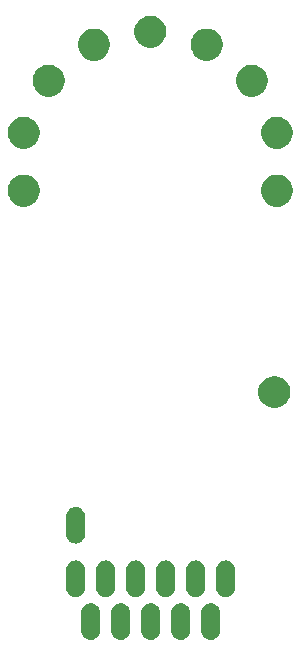
<source format=gbr>
G04 #@! TF.GenerationSoftware,KiCad,Pcbnew,(5.1.4)-1*
G04 #@! TF.CreationDate,2022-04-04T21:48:15-04:00*
G04 #@! TF.ProjectId,CR23 adapter,43523233-2061-4646-9170-7465722e6b69,rev?*
G04 #@! TF.SameCoordinates,Original*
G04 #@! TF.FileFunction,Soldermask,Bot*
G04 #@! TF.FilePolarity,Negative*
%FSLAX46Y46*%
G04 Gerber Fmt 4.6, Leading zero omitted, Abs format (unit mm)*
G04 Created by KiCad (PCBNEW (5.1.4)-1) date 2022-04-04 21:48:15*
%MOMM*%
%LPD*%
G04 APERTURE LIST*
%ADD10C,0.100000*%
G04 APERTURE END LIST*
D10*
G36*
X60162822Y-73650790D02*
G01*
X60263481Y-73681325D01*
X60313812Y-73696592D01*
X60452964Y-73770971D01*
X60574933Y-73871067D01*
X60675029Y-73993035D01*
X60749408Y-74132187D01*
X60764675Y-74182518D01*
X60795210Y-74283177D01*
X60806800Y-74400855D01*
X60806800Y-75979545D01*
X60795210Y-76097223D01*
X60764675Y-76197882D01*
X60749408Y-76248213D01*
X60675029Y-76387365D01*
X60574933Y-76509333D01*
X60452965Y-76609429D01*
X60313813Y-76683808D01*
X60263482Y-76699075D01*
X60162823Y-76729610D01*
X60005800Y-76745075D01*
X59848778Y-76729610D01*
X59748119Y-76699075D01*
X59697788Y-76683808D01*
X59558636Y-76609429D01*
X59436668Y-76509333D01*
X59336572Y-76387365D01*
X59262193Y-76248213D01*
X59246926Y-76197882D01*
X59216391Y-76097223D01*
X59204801Y-75979545D01*
X59204800Y-74400856D01*
X59216390Y-74283178D01*
X59262192Y-74132189D01*
X59262192Y-74132188D01*
X59336571Y-73993036D01*
X59336572Y-73993035D01*
X59436667Y-73871067D01*
X59558635Y-73770971D01*
X59697787Y-73696592D01*
X59748118Y-73681325D01*
X59848777Y-73650790D01*
X60005800Y-73635325D01*
X60162822Y-73650790D01*
X60162822Y-73650790D01*
G37*
G36*
X65242822Y-73650790D02*
G01*
X65343481Y-73681325D01*
X65393812Y-73696592D01*
X65532964Y-73770971D01*
X65654933Y-73871067D01*
X65755029Y-73993035D01*
X65829408Y-74132187D01*
X65844675Y-74182518D01*
X65875210Y-74283177D01*
X65886800Y-74400855D01*
X65886800Y-75979545D01*
X65875210Y-76097223D01*
X65844675Y-76197882D01*
X65829408Y-76248213D01*
X65755029Y-76387365D01*
X65654933Y-76509333D01*
X65532965Y-76609429D01*
X65393813Y-76683808D01*
X65343482Y-76699075D01*
X65242823Y-76729610D01*
X65085800Y-76745075D01*
X64928778Y-76729610D01*
X64828119Y-76699075D01*
X64777788Y-76683808D01*
X64638636Y-76609429D01*
X64516668Y-76509333D01*
X64416572Y-76387365D01*
X64342193Y-76248213D01*
X64326926Y-76197882D01*
X64296391Y-76097223D01*
X64284801Y-75979545D01*
X64284800Y-74400856D01*
X64296390Y-74283178D01*
X64342192Y-74132189D01*
X64342192Y-74132188D01*
X64416571Y-73993036D01*
X64416572Y-73993035D01*
X64516667Y-73871067D01*
X64638635Y-73770971D01*
X64777787Y-73696592D01*
X64828118Y-73681325D01*
X64928777Y-73650790D01*
X65085800Y-73635325D01*
X65242822Y-73650790D01*
X65242822Y-73650790D01*
G37*
G36*
X67782822Y-73650790D02*
G01*
X67883481Y-73681325D01*
X67933812Y-73696592D01*
X68072964Y-73770971D01*
X68194933Y-73871067D01*
X68295029Y-73993035D01*
X68369408Y-74132187D01*
X68384675Y-74182518D01*
X68415210Y-74283177D01*
X68426800Y-74400855D01*
X68426800Y-75979545D01*
X68415210Y-76097223D01*
X68384675Y-76197882D01*
X68369408Y-76248213D01*
X68295029Y-76387365D01*
X68194933Y-76509333D01*
X68072965Y-76609429D01*
X67933813Y-76683808D01*
X67883482Y-76699075D01*
X67782823Y-76729610D01*
X67625800Y-76745075D01*
X67468778Y-76729610D01*
X67368119Y-76699075D01*
X67317788Y-76683808D01*
X67178636Y-76609429D01*
X67056668Y-76509333D01*
X66956572Y-76387365D01*
X66882193Y-76248213D01*
X66866926Y-76197882D01*
X66836391Y-76097223D01*
X66824801Y-75979545D01*
X66824800Y-74400856D01*
X66836390Y-74283178D01*
X66882192Y-74132189D01*
X66882192Y-74132188D01*
X66956571Y-73993036D01*
X66956572Y-73993035D01*
X67056667Y-73871067D01*
X67178635Y-73770971D01*
X67317787Y-73696592D01*
X67368118Y-73681325D01*
X67468777Y-73650790D01*
X67625800Y-73635325D01*
X67782822Y-73650790D01*
X67782822Y-73650790D01*
G37*
G36*
X70322822Y-73650790D02*
G01*
X70423481Y-73681325D01*
X70473812Y-73696592D01*
X70612964Y-73770971D01*
X70734933Y-73871067D01*
X70835029Y-73993035D01*
X70909408Y-74132187D01*
X70924675Y-74182518D01*
X70955210Y-74283177D01*
X70966800Y-74400855D01*
X70966800Y-75979545D01*
X70955210Y-76097223D01*
X70924675Y-76197882D01*
X70909408Y-76248213D01*
X70835029Y-76387365D01*
X70734933Y-76509333D01*
X70612965Y-76609429D01*
X70473813Y-76683808D01*
X70423482Y-76699075D01*
X70322823Y-76729610D01*
X70165800Y-76745075D01*
X70008778Y-76729610D01*
X69908119Y-76699075D01*
X69857788Y-76683808D01*
X69718636Y-76609429D01*
X69596668Y-76509333D01*
X69496572Y-76387365D01*
X69422193Y-76248213D01*
X69406926Y-76197882D01*
X69376391Y-76097223D01*
X69364801Y-75979545D01*
X69364800Y-74400856D01*
X69376390Y-74283178D01*
X69422192Y-74132189D01*
X69422192Y-74132188D01*
X69496571Y-73993036D01*
X69496572Y-73993035D01*
X69596667Y-73871067D01*
X69718635Y-73770971D01*
X69857787Y-73696592D01*
X69908118Y-73681325D01*
X70008777Y-73650790D01*
X70165800Y-73635325D01*
X70322822Y-73650790D01*
X70322822Y-73650790D01*
G37*
G36*
X62702822Y-73650790D02*
G01*
X62803481Y-73681325D01*
X62853812Y-73696592D01*
X62992964Y-73770971D01*
X63114933Y-73871067D01*
X63215029Y-73993035D01*
X63289408Y-74132187D01*
X63304675Y-74182518D01*
X63335210Y-74283177D01*
X63346800Y-74400855D01*
X63346800Y-75979545D01*
X63335210Y-76097223D01*
X63304675Y-76197882D01*
X63289408Y-76248213D01*
X63215029Y-76387365D01*
X63114933Y-76509333D01*
X62992965Y-76609429D01*
X62853813Y-76683808D01*
X62803482Y-76699075D01*
X62702823Y-76729610D01*
X62545800Y-76745075D01*
X62388778Y-76729610D01*
X62288119Y-76699075D01*
X62237788Y-76683808D01*
X62098636Y-76609429D01*
X61976668Y-76509333D01*
X61876572Y-76387365D01*
X61802193Y-76248213D01*
X61786926Y-76197882D01*
X61756391Y-76097223D01*
X61744801Y-75979545D01*
X61744800Y-74400856D01*
X61756390Y-74283178D01*
X61802192Y-74132189D01*
X61802192Y-74132188D01*
X61876571Y-73993036D01*
X61876572Y-73993035D01*
X61976667Y-73871067D01*
X62098635Y-73770971D01*
X62237787Y-73696592D01*
X62288118Y-73681325D01*
X62388777Y-73650790D01*
X62545800Y-73635325D01*
X62702822Y-73650790D01*
X62702822Y-73650790D01*
G37*
G36*
X63972822Y-70043990D02*
G01*
X64073481Y-70074525D01*
X64123812Y-70089792D01*
X64262964Y-70164171D01*
X64384933Y-70264267D01*
X64485029Y-70386235D01*
X64559408Y-70525387D01*
X64574675Y-70575718D01*
X64605210Y-70676377D01*
X64616800Y-70794055D01*
X64616800Y-72372745D01*
X64605210Y-72490423D01*
X64574675Y-72591082D01*
X64559408Y-72641413D01*
X64485029Y-72780565D01*
X64384933Y-72902533D01*
X64262965Y-73002629D01*
X64123813Y-73077008D01*
X64073482Y-73092275D01*
X63972823Y-73122810D01*
X63815800Y-73138275D01*
X63658778Y-73122810D01*
X63558119Y-73092275D01*
X63507788Y-73077008D01*
X63368636Y-73002629D01*
X63246668Y-72902533D01*
X63146572Y-72780565D01*
X63072193Y-72641413D01*
X63056926Y-72591082D01*
X63026391Y-72490423D01*
X63014801Y-72372745D01*
X63014800Y-70794056D01*
X63026390Y-70676378D01*
X63072192Y-70525389D01*
X63072192Y-70525388D01*
X63146571Y-70386236D01*
X63146572Y-70386235D01*
X63246667Y-70264267D01*
X63368635Y-70164171D01*
X63507787Y-70089792D01*
X63558118Y-70074525D01*
X63658777Y-70043990D01*
X63815800Y-70028525D01*
X63972822Y-70043990D01*
X63972822Y-70043990D01*
G37*
G36*
X58892822Y-70043990D02*
G01*
X58993481Y-70074525D01*
X59043812Y-70089792D01*
X59182964Y-70164171D01*
X59304933Y-70264267D01*
X59405029Y-70386235D01*
X59479408Y-70525387D01*
X59494675Y-70575718D01*
X59525210Y-70676377D01*
X59536800Y-70794055D01*
X59536800Y-72372745D01*
X59525210Y-72490423D01*
X59494675Y-72591082D01*
X59479408Y-72641413D01*
X59405029Y-72780565D01*
X59304933Y-72902533D01*
X59182965Y-73002629D01*
X59043813Y-73077008D01*
X58993482Y-73092275D01*
X58892823Y-73122810D01*
X58735800Y-73138275D01*
X58578778Y-73122810D01*
X58478119Y-73092275D01*
X58427788Y-73077008D01*
X58288636Y-73002629D01*
X58166668Y-72902533D01*
X58066572Y-72780565D01*
X57992193Y-72641413D01*
X57976926Y-72591082D01*
X57946391Y-72490423D01*
X57934801Y-72372745D01*
X57934800Y-70794056D01*
X57946390Y-70676378D01*
X57992192Y-70525389D01*
X57992192Y-70525388D01*
X58066571Y-70386236D01*
X58066572Y-70386235D01*
X58166667Y-70264267D01*
X58288635Y-70164171D01*
X58427787Y-70089792D01*
X58478118Y-70074525D01*
X58578777Y-70043990D01*
X58735800Y-70028525D01*
X58892822Y-70043990D01*
X58892822Y-70043990D01*
G37*
G36*
X61432822Y-70043990D02*
G01*
X61533481Y-70074525D01*
X61583812Y-70089792D01*
X61722964Y-70164171D01*
X61844933Y-70264267D01*
X61945029Y-70386235D01*
X62019408Y-70525387D01*
X62034675Y-70575718D01*
X62065210Y-70676377D01*
X62076800Y-70794055D01*
X62076800Y-72372745D01*
X62065210Y-72490423D01*
X62034675Y-72591082D01*
X62019408Y-72641413D01*
X61945029Y-72780565D01*
X61844933Y-72902533D01*
X61722965Y-73002629D01*
X61583813Y-73077008D01*
X61533482Y-73092275D01*
X61432823Y-73122810D01*
X61275800Y-73138275D01*
X61118778Y-73122810D01*
X61018119Y-73092275D01*
X60967788Y-73077008D01*
X60828636Y-73002629D01*
X60706668Y-72902533D01*
X60606572Y-72780565D01*
X60532193Y-72641413D01*
X60516926Y-72591082D01*
X60486391Y-72490423D01*
X60474801Y-72372745D01*
X60474800Y-70794056D01*
X60486390Y-70676378D01*
X60532192Y-70525389D01*
X60532192Y-70525388D01*
X60606571Y-70386236D01*
X60606572Y-70386235D01*
X60706667Y-70264267D01*
X60828635Y-70164171D01*
X60967787Y-70089792D01*
X61018118Y-70074525D01*
X61118777Y-70043990D01*
X61275800Y-70028525D01*
X61432822Y-70043990D01*
X61432822Y-70043990D01*
G37*
G36*
X66512822Y-70043990D02*
G01*
X66613481Y-70074525D01*
X66663812Y-70089792D01*
X66802964Y-70164171D01*
X66924933Y-70264267D01*
X67025029Y-70386235D01*
X67099408Y-70525387D01*
X67114675Y-70575718D01*
X67145210Y-70676377D01*
X67156800Y-70794055D01*
X67156800Y-72372745D01*
X67145210Y-72490423D01*
X67114675Y-72591082D01*
X67099408Y-72641413D01*
X67025029Y-72780565D01*
X66924933Y-72902533D01*
X66802965Y-73002629D01*
X66663813Y-73077008D01*
X66613482Y-73092275D01*
X66512823Y-73122810D01*
X66355800Y-73138275D01*
X66198778Y-73122810D01*
X66098119Y-73092275D01*
X66047788Y-73077008D01*
X65908636Y-73002629D01*
X65786668Y-72902533D01*
X65686572Y-72780565D01*
X65612193Y-72641413D01*
X65596926Y-72591082D01*
X65566391Y-72490423D01*
X65554801Y-72372745D01*
X65554800Y-70794056D01*
X65566390Y-70676378D01*
X65612192Y-70525389D01*
X65612192Y-70525388D01*
X65686571Y-70386236D01*
X65686572Y-70386235D01*
X65786667Y-70264267D01*
X65908635Y-70164171D01*
X66047787Y-70089792D01*
X66098118Y-70074525D01*
X66198777Y-70043990D01*
X66355800Y-70028525D01*
X66512822Y-70043990D01*
X66512822Y-70043990D01*
G37*
G36*
X69052822Y-70043990D02*
G01*
X69153481Y-70074525D01*
X69203812Y-70089792D01*
X69342964Y-70164171D01*
X69464933Y-70264267D01*
X69565029Y-70386235D01*
X69639408Y-70525387D01*
X69654675Y-70575718D01*
X69685210Y-70676377D01*
X69696800Y-70794055D01*
X69696800Y-72372745D01*
X69685210Y-72490423D01*
X69654675Y-72591082D01*
X69639408Y-72641413D01*
X69565029Y-72780565D01*
X69464933Y-72902533D01*
X69342965Y-73002629D01*
X69203813Y-73077008D01*
X69153482Y-73092275D01*
X69052823Y-73122810D01*
X68895800Y-73138275D01*
X68738778Y-73122810D01*
X68638119Y-73092275D01*
X68587788Y-73077008D01*
X68448636Y-73002629D01*
X68326668Y-72902533D01*
X68226572Y-72780565D01*
X68152193Y-72641413D01*
X68136926Y-72591082D01*
X68106391Y-72490423D01*
X68094801Y-72372745D01*
X68094800Y-70794056D01*
X68106390Y-70676378D01*
X68152192Y-70525389D01*
X68152192Y-70525388D01*
X68226571Y-70386236D01*
X68226572Y-70386235D01*
X68326667Y-70264267D01*
X68448635Y-70164171D01*
X68587787Y-70089792D01*
X68638118Y-70074525D01*
X68738777Y-70043990D01*
X68895800Y-70028525D01*
X69052822Y-70043990D01*
X69052822Y-70043990D01*
G37*
G36*
X71592822Y-70043990D02*
G01*
X71693481Y-70074525D01*
X71743812Y-70089792D01*
X71882964Y-70164171D01*
X72004933Y-70264267D01*
X72105029Y-70386235D01*
X72179408Y-70525387D01*
X72194675Y-70575718D01*
X72225210Y-70676377D01*
X72236800Y-70794055D01*
X72236800Y-72372745D01*
X72225210Y-72490423D01*
X72194675Y-72591082D01*
X72179408Y-72641413D01*
X72105029Y-72780565D01*
X72004933Y-72902533D01*
X71882965Y-73002629D01*
X71743813Y-73077008D01*
X71693482Y-73092275D01*
X71592823Y-73122810D01*
X71435800Y-73138275D01*
X71278778Y-73122810D01*
X71178119Y-73092275D01*
X71127788Y-73077008D01*
X70988636Y-73002629D01*
X70866668Y-72902533D01*
X70766572Y-72780565D01*
X70692193Y-72641413D01*
X70676926Y-72591082D01*
X70646391Y-72490423D01*
X70634801Y-72372745D01*
X70634800Y-70794056D01*
X70646390Y-70676378D01*
X70692192Y-70525389D01*
X70692192Y-70525388D01*
X70766571Y-70386236D01*
X70766572Y-70386235D01*
X70866667Y-70264267D01*
X70988635Y-70164171D01*
X71127787Y-70089792D01*
X71178118Y-70074525D01*
X71278777Y-70043990D01*
X71435800Y-70028525D01*
X71592822Y-70043990D01*
X71592822Y-70043990D01*
G37*
G36*
X58880222Y-65510190D02*
G01*
X58980881Y-65540725D01*
X59031212Y-65555992D01*
X59170364Y-65630371D01*
X59292333Y-65730467D01*
X59392429Y-65852435D01*
X59466808Y-65991587D01*
X59482075Y-66041918D01*
X59512610Y-66142577D01*
X59524200Y-66260255D01*
X59524200Y-67838945D01*
X59512610Y-67956623D01*
X59482075Y-68057282D01*
X59466808Y-68107613D01*
X59392429Y-68246765D01*
X59292333Y-68368733D01*
X59170365Y-68468829D01*
X59031213Y-68543208D01*
X58980882Y-68558475D01*
X58880223Y-68589010D01*
X58723200Y-68604475D01*
X58566178Y-68589010D01*
X58465519Y-68558475D01*
X58415188Y-68543208D01*
X58276036Y-68468829D01*
X58154068Y-68368733D01*
X58053972Y-68246765D01*
X57979593Y-68107613D01*
X57964326Y-68057282D01*
X57933791Y-67956623D01*
X57922201Y-67838945D01*
X57922200Y-66260256D01*
X57933790Y-66142578D01*
X57979592Y-65991589D01*
X57979592Y-65991588D01*
X58053971Y-65852436D01*
X58053972Y-65852435D01*
X58154067Y-65730467D01*
X58276035Y-65630371D01*
X58415187Y-65555992D01*
X58465518Y-65540725D01*
X58566177Y-65510190D01*
X58723200Y-65494725D01*
X58880222Y-65510190D01*
X58880222Y-65510190D01*
G37*
G36*
X75948872Y-54466718D02*
G01*
X76194739Y-54568559D01*
X76416012Y-54716410D01*
X76604190Y-54904588D01*
X76752041Y-55125861D01*
X76853882Y-55371728D01*
X76905800Y-55632738D01*
X76905800Y-55898862D01*
X76853882Y-56159872D01*
X76752041Y-56405739D01*
X76604190Y-56627012D01*
X76416012Y-56815190D01*
X76194739Y-56963041D01*
X76194738Y-56963042D01*
X76194737Y-56963042D01*
X75948872Y-57064882D01*
X75687863Y-57116800D01*
X75421737Y-57116800D01*
X75160728Y-57064882D01*
X74914863Y-56963042D01*
X74914862Y-56963042D01*
X74914861Y-56963041D01*
X74693588Y-56815190D01*
X74505410Y-56627012D01*
X74357559Y-56405739D01*
X74255718Y-56159872D01*
X74203800Y-55898862D01*
X74203800Y-55632738D01*
X74255718Y-55371728D01*
X74357559Y-55125861D01*
X74505410Y-54904588D01*
X74693588Y-54716410D01*
X74914861Y-54568559D01*
X75160728Y-54466718D01*
X75421737Y-54414800D01*
X75687863Y-54414800D01*
X75948872Y-54466718D01*
X75948872Y-54466718D01*
G37*
G36*
X54728872Y-37416718D02*
G01*
X54974739Y-37518559D01*
X55196012Y-37666410D01*
X55384190Y-37854588D01*
X55532041Y-38075861D01*
X55633882Y-38321728D01*
X55685800Y-38582738D01*
X55685800Y-38848862D01*
X55633882Y-39109872D01*
X55532041Y-39355739D01*
X55384190Y-39577012D01*
X55196012Y-39765190D01*
X54974739Y-39913041D01*
X54974738Y-39913042D01*
X54974737Y-39913042D01*
X54728872Y-40014882D01*
X54467863Y-40066800D01*
X54201737Y-40066800D01*
X53940728Y-40014882D01*
X53694863Y-39913042D01*
X53694862Y-39913042D01*
X53694861Y-39913041D01*
X53473588Y-39765190D01*
X53285410Y-39577012D01*
X53137559Y-39355739D01*
X53035718Y-39109872D01*
X52983800Y-38848862D01*
X52983800Y-38582738D01*
X53035718Y-38321728D01*
X53137559Y-38075861D01*
X53285410Y-37854588D01*
X53473588Y-37666410D01*
X53694861Y-37518559D01*
X53940728Y-37416718D01*
X54201737Y-37364800D01*
X54467863Y-37364800D01*
X54728872Y-37416718D01*
X54728872Y-37416718D01*
G37*
G36*
X76168872Y-37416718D02*
G01*
X76414739Y-37518559D01*
X76636012Y-37666410D01*
X76824190Y-37854588D01*
X76972041Y-38075861D01*
X77073882Y-38321728D01*
X77125800Y-38582738D01*
X77125800Y-38848862D01*
X77073882Y-39109872D01*
X76972041Y-39355739D01*
X76824190Y-39577012D01*
X76636012Y-39765190D01*
X76414739Y-39913041D01*
X76414738Y-39913042D01*
X76414737Y-39913042D01*
X76168872Y-40014882D01*
X75907863Y-40066800D01*
X75641737Y-40066800D01*
X75380728Y-40014882D01*
X75134863Y-39913042D01*
X75134862Y-39913042D01*
X75134861Y-39913041D01*
X74913588Y-39765190D01*
X74725410Y-39577012D01*
X74577559Y-39355739D01*
X74475718Y-39109872D01*
X74423800Y-38848862D01*
X74423800Y-38582738D01*
X74475718Y-38321728D01*
X74577559Y-38075861D01*
X74725410Y-37854588D01*
X74913588Y-37666410D01*
X75134861Y-37518559D01*
X75380728Y-37416718D01*
X75641737Y-37364800D01*
X75907863Y-37364800D01*
X76168872Y-37416718D01*
X76168872Y-37416718D01*
G37*
G36*
X54728872Y-32516718D02*
G01*
X54974739Y-32618559D01*
X55196012Y-32766410D01*
X55384190Y-32954588D01*
X55532041Y-33175861D01*
X55633882Y-33421728D01*
X55685800Y-33682738D01*
X55685800Y-33948862D01*
X55633882Y-34209872D01*
X55532041Y-34455739D01*
X55384190Y-34677012D01*
X55196012Y-34865190D01*
X54974739Y-35013041D01*
X54974738Y-35013042D01*
X54974737Y-35013042D01*
X54728872Y-35114882D01*
X54467863Y-35166800D01*
X54201737Y-35166800D01*
X53940728Y-35114882D01*
X53694863Y-35013042D01*
X53694862Y-35013042D01*
X53694861Y-35013041D01*
X53473588Y-34865190D01*
X53285410Y-34677012D01*
X53137559Y-34455739D01*
X53035718Y-34209872D01*
X52983800Y-33948862D01*
X52983800Y-33682738D01*
X53035718Y-33421728D01*
X53137559Y-33175861D01*
X53285410Y-32954588D01*
X53473588Y-32766410D01*
X53694861Y-32618559D01*
X53940728Y-32516718D01*
X54201737Y-32464800D01*
X54467863Y-32464800D01*
X54728872Y-32516718D01*
X54728872Y-32516718D01*
G37*
G36*
X76168872Y-32516718D02*
G01*
X76414739Y-32618559D01*
X76636012Y-32766410D01*
X76824190Y-32954588D01*
X76972041Y-33175861D01*
X77073882Y-33421728D01*
X77125800Y-33682738D01*
X77125800Y-33948862D01*
X77073882Y-34209872D01*
X76972041Y-34455739D01*
X76824190Y-34677012D01*
X76636012Y-34865190D01*
X76414739Y-35013041D01*
X76414738Y-35013042D01*
X76414737Y-35013042D01*
X76168872Y-35114882D01*
X75907863Y-35166800D01*
X75641737Y-35166800D01*
X75380728Y-35114882D01*
X75134863Y-35013042D01*
X75134862Y-35013042D01*
X75134861Y-35013041D01*
X74913588Y-34865190D01*
X74725410Y-34677012D01*
X74577559Y-34455739D01*
X74475718Y-34209872D01*
X74423800Y-33948862D01*
X74423800Y-33682738D01*
X74475718Y-33421728D01*
X74577559Y-33175861D01*
X74725410Y-32954588D01*
X74913588Y-32766410D01*
X75134861Y-32618559D01*
X75380728Y-32516718D01*
X75641737Y-32464800D01*
X75907863Y-32464800D01*
X76168872Y-32516718D01*
X76168872Y-32516718D01*
G37*
G36*
X56848872Y-28106718D02*
G01*
X57094739Y-28208559D01*
X57316012Y-28356410D01*
X57504190Y-28544588D01*
X57652041Y-28765861D01*
X57753882Y-29011728D01*
X57805800Y-29272738D01*
X57805800Y-29538862D01*
X57753882Y-29799872D01*
X57652041Y-30045739D01*
X57504190Y-30267012D01*
X57316012Y-30455190D01*
X57094739Y-30603041D01*
X57094738Y-30603042D01*
X57094737Y-30603042D01*
X56848872Y-30704882D01*
X56587863Y-30756800D01*
X56321737Y-30756800D01*
X56060728Y-30704882D01*
X55814863Y-30603042D01*
X55814862Y-30603042D01*
X55814861Y-30603041D01*
X55593588Y-30455190D01*
X55405410Y-30267012D01*
X55257559Y-30045739D01*
X55155718Y-29799872D01*
X55103800Y-29538862D01*
X55103800Y-29272738D01*
X55155718Y-29011728D01*
X55257559Y-28765861D01*
X55405410Y-28544588D01*
X55593588Y-28356410D01*
X55814861Y-28208559D01*
X56060728Y-28106718D01*
X56321737Y-28054800D01*
X56587863Y-28054800D01*
X56848872Y-28106718D01*
X56848872Y-28106718D01*
G37*
G36*
X74048872Y-28106718D02*
G01*
X74294739Y-28208559D01*
X74516012Y-28356410D01*
X74704190Y-28544588D01*
X74852041Y-28765861D01*
X74953882Y-29011728D01*
X75005800Y-29272738D01*
X75005800Y-29538862D01*
X74953882Y-29799872D01*
X74852041Y-30045739D01*
X74704190Y-30267012D01*
X74516012Y-30455190D01*
X74294739Y-30603041D01*
X74294738Y-30603042D01*
X74294737Y-30603042D01*
X74048872Y-30704882D01*
X73787863Y-30756800D01*
X73521737Y-30756800D01*
X73260728Y-30704882D01*
X73014863Y-30603042D01*
X73014862Y-30603042D01*
X73014861Y-30603041D01*
X72793588Y-30455190D01*
X72605410Y-30267012D01*
X72457559Y-30045739D01*
X72355718Y-29799872D01*
X72303800Y-29538862D01*
X72303800Y-29272738D01*
X72355718Y-29011728D01*
X72457559Y-28765861D01*
X72605410Y-28544588D01*
X72793588Y-28356410D01*
X73014861Y-28208559D01*
X73260728Y-28106718D01*
X73521737Y-28054800D01*
X73787863Y-28054800D01*
X74048872Y-28106718D01*
X74048872Y-28106718D01*
G37*
G36*
X60678872Y-25056718D02*
G01*
X60862402Y-25132738D01*
X60924739Y-25158559D01*
X61146012Y-25306410D01*
X61334190Y-25494588D01*
X61482041Y-25715861D01*
X61583882Y-25961728D01*
X61635800Y-26222738D01*
X61635800Y-26488862D01*
X61583882Y-26749872D01*
X61482041Y-26995739D01*
X61334190Y-27217012D01*
X61146012Y-27405190D01*
X60924739Y-27553041D01*
X60924738Y-27553042D01*
X60924737Y-27553042D01*
X60678872Y-27654882D01*
X60417863Y-27706800D01*
X60151737Y-27706800D01*
X59890728Y-27654882D01*
X59644863Y-27553042D01*
X59644862Y-27553042D01*
X59644861Y-27553041D01*
X59423588Y-27405190D01*
X59235410Y-27217012D01*
X59087559Y-26995739D01*
X58985718Y-26749872D01*
X58933800Y-26488862D01*
X58933800Y-26222738D01*
X58985718Y-25961728D01*
X59087559Y-25715861D01*
X59235410Y-25494588D01*
X59423588Y-25306410D01*
X59644861Y-25158559D01*
X59707199Y-25132738D01*
X59890728Y-25056718D01*
X60151737Y-25004800D01*
X60417863Y-25004800D01*
X60678872Y-25056718D01*
X60678872Y-25056718D01*
G37*
G36*
X70218872Y-25056718D02*
G01*
X70402402Y-25132738D01*
X70464739Y-25158559D01*
X70686012Y-25306410D01*
X70874190Y-25494588D01*
X71022041Y-25715861D01*
X71123882Y-25961728D01*
X71175800Y-26222738D01*
X71175800Y-26488862D01*
X71123882Y-26749872D01*
X71022041Y-26995739D01*
X70874190Y-27217012D01*
X70686012Y-27405190D01*
X70464739Y-27553041D01*
X70464738Y-27553042D01*
X70464737Y-27553042D01*
X70218872Y-27654882D01*
X69957863Y-27706800D01*
X69691737Y-27706800D01*
X69430728Y-27654882D01*
X69184863Y-27553042D01*
X69184862Y-27553042D01*
X69184861Y-27553041D01*
X68963588Y-27405190D01*
X68775410Y-27217012D01*
X68627559Y-26995739D01*
X68525718Y-26749872D01*
X68473800Y-26488862D01*
X68473800Y-26222738D01*
X68525718Y-25961728D01*
X68627559Y-25715861D01*
X68775410Y-25494588D01*
X68963588Y-25306410D01*
X69184861Y-25158559D01*
X69247199Y-25132738D01*
X69430728Y-25056718D01*
X69691737Y-25004800D01*
X69957863Y-25004800D01*
X70218872Y-25056718D01*
X70218872Y-25056718D01*
G37*
G36*
X65448872Y-23966718D02*
G01*
X65694739Y-24068559D01*
X65916012Y-24216410D01*
X66104190Y-24404588D01*
X66252041Y-24625861D01*
X66353882Y-24871728D01*
X66405800Y-25132738D01*
X66405800Y-25398862D01*
X66353882Y-25659872D01*
X66252041Y-25905739D01*
X66104190Y-26127012D01*
X65916012Y-26315190D01*
X65694739Y-26463041D01*
X65694738Y-26463042D01*
X65694737Y-26463042D01*
X65448872Y-26564882D01*
X65187863Y-26616800D01*
X64921737Y-26616800D01*
X64660728Y-26564882D01*
X64414863Y-26463042D01*
X64414862Y-26463042D01*
X64414861Y-26463041D01*
X64193588Y-26315190D01*
X64005410Y-26127012D01*
X63857559Y-25905739D01*
X63755718Y-25659872D01*
X63703800Y-25398862D01*
X63703800Y-25132738D01*
X63755718Y-24871728D01*
X63857559Y-24625861D01*
X64005410Y-24404588D01*
X64193588Y-24216410D01*
X64414861Y-24068559D01*
X64660728Y-23966718D01*
X64921737Y-23914800D01*
X65187863Y-23914800D01*
X65448872Y-23966718D01*
X65448872Y-23966718D01*
G37*
M02*

</source>
